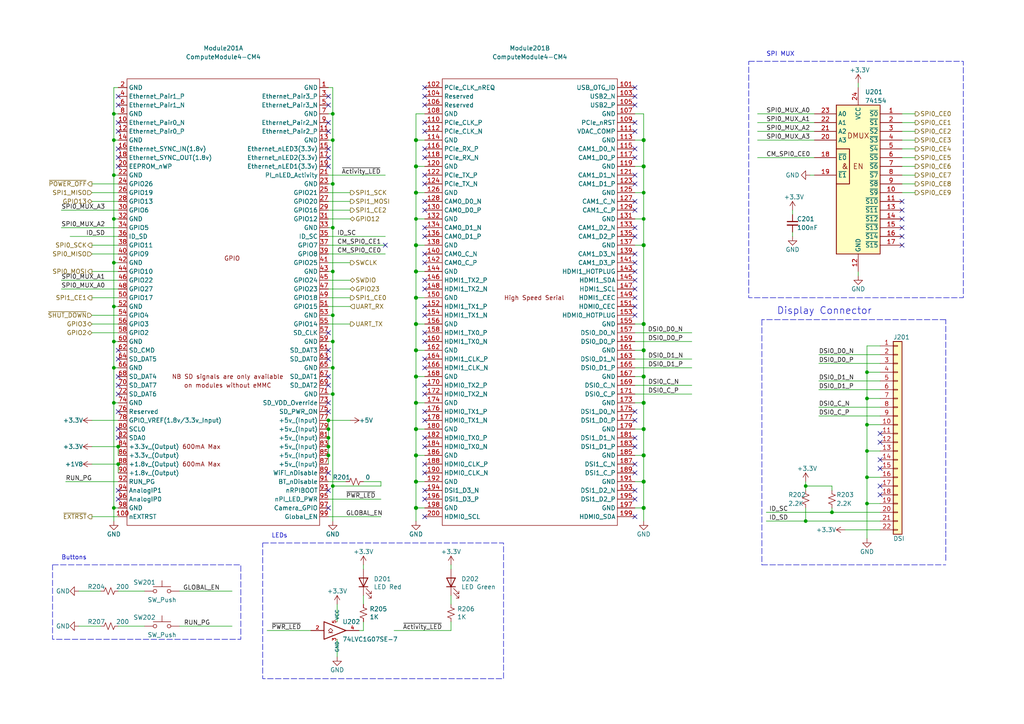
<source format=kicad_sch>
(kicad_sch (version 20230121) (generator eeschema)
  (paper "A4")
  (junction (at 120.65 48.26) (diameter 1.016))
  (junction (at 33.02 88.9))
  (junction (at 120.65 93.98) (diameter 1.016))
  (junction (at 186.69 124.46) (diameter 1.016))
  (junction (at 120.65 40.64) (diameter 1.016))
  (junction (at 233.68 140.97))
  (junction (at 96.52 66.04))
  (junction (at 34.29 129.54))
  (junction (at 33.02 99.06))
  (junction (at 251.46 130.81))
  (junction (at 186.69 109.22) (diameter 1.016))
  (junction (at 120.65 139.7) (diameter 1.016))
  (junction (at 120.65 101.6) (diameter 1.016))
  (junction (at 186.69 132.08) (diameter 1.016))
  (junction (at 120.65 116.84) (diameter 1.016))
  (junction (at 186.69 48.26) (diameter 1.016))
  (junction (at 186.69 63.5))
  (junction (at 186.69 116.84) (diameter 1.016))
  (junction (at 251.46 146.05))
  (junction (at 33.02 116.84))
  (junction (at 186.69 101.6) (diameter 1.016))
  (junction (at 186.69 93.98) (diameter 1.016))
  (junction (at 120.65 63.5))
  (junction (at 186.69 139.7) (diameter 1.016))
  (junction (at 120.65 147.32) (diameter 1.016))
  (junction (at 96.52 40.64))
  (junction (at 34.29 134.62))
  (junction (at 251.46 138.43))
  (junction (at 251.46 107.95))
  (junction (at 95.25 127))
  (junction (at 96.52 33.02))
  (junction (at 186.69 147.32) (diameter 1.016))
  (junction (at 186.69 55.88))
  (junction (at 96.52 140.97))
  (junction (at 96.52 53.34))
  (junction (at 186.69 71.12) (diameter 1.016))
  (junction (at 33.02 147.32))
  (junction (at 96.52 106.68))
  (junction (at 120.65 124.46) (diameter 1.016))
  (junction (at 251.46 115.57))
  (junction (at 120.65 109.22) (diameter 1.016))
  (junction (at 33.02 63.5))
  (junction (at 33.02 40.64))
  (junction (at 33.02 33.02))
  (junction (at 120.65 55.88) (diameter 1.016))
  (junction (at 241.3 148.59))
  (junction (at 95.25 129.54))
  (junction (at 96.52 78.74))
  (junction (at 33.02 50.8))
  (junction (at 186.69 40.64) (diameter 1.016))
  (junction (at 33.02 76.2))
  (junction (at 96.52 91.44))
  (junction (at 233.68 151.13))
  (junction (at 95.25 124.46))
  (junction (at 95.25 121.92))
  (junction (at 96.52 114.3))
  (junction (at 120.65 78.74) (diameter 1.016))
  (junction (at 120.65 132.08) (diameter 1.016))
  (junction (at 251.46 123.19))
  (junction (at 120.65 86.36) (diameter 1.016))
  (junction (at 120.65 71.12) (diameter 1.016))
  (junction (at 95.25 132.08))
  (junction (at 33.02 106.68))
  (junction (at 96.52 99.06))
  (no_connect (at 261.62 58.42))
  (no_connect (at 123.19 134.62))
  (no_connect (at 184.15 119.38))
  (no_connect (at 123.19 76.2))
  (no_connect (at 123.19 142.24))
  (no_connect (at 95.25 119.38))
  (no_connect (at 184.15 66.04))
  (no_connect (at 184.15 43.18))
  (no_connect (at 95.25 27.94))
  (no_connect (at 123.19 60.96))
  (no_connect (at 34.29 124.46))
  (no_connect (at 123.19 68.58))
  (no_connect (at 261.62 63.5))
  (no_connect (at 184.15 83.82))
  (no_connect (at 95.25 43.18))
  (no_connect (at 123.19 73.66))
  (no_connect (at 111.76 71.12))
  (no_connect (at 261.62 71.12))
  (no_connect (at 123.19 121.92))
  (no_connect (at 123.19 114.3))
  (no_connect (at 34.29 48.26))
  (no_connect (at 34.29 111.76))
  (no_connect (at 255.27 133.35))
  (no_connect (at 95.25 116.84))
  (no_connect (at 184.15 38.1))
  (no_connect (at 184.15 88.9))
  (no_connect (at 123.19 45.72))
  (no_connect (at 123.19 129.54))
  (no_connect (at 261.62 66.04))
  (no_connect (at 95.25 137.16))
  (no_connect (at 34.29 101.6))
  (no_connect (at 95.25 109.22))
  (no_connect (at 95.25 147.32))
  (no_connect (at 34.29 144.78))
  (no_connect (at 123.19 96.52))
  (no_connect (at 184.15 78.74))
  (no_connect (at 261.62 68.58))
  (no_connect (at 184.15 60.96))
  (no_connect (at 184.15 81.28))
  (no_connect (at 255.27 128.27))
  (no_connect (at 123.19 127))
  (no_connect (at 34.29 114.3))
  (no_connect (at 34.29 30.48))
  (no_connect (at 123.19 111.76))
  (no_connect (at 184.15 50.8))
  (no_connect (at 123.19 137.16))
  (no_connect (at 123.19 38.1))
  (no_connect (at 123.19 66.04))
  (no_connect (at 184.15 76.2))
  (no_connect (at 184.15 149.86))
  (no_connect (at 123.19 83.82))
  (no_connect (at 123.19 58.42))
  (no_connect (at 95.25 45.72))
  (no_connect (at 123.19 30.48))
  (no_connect (at 95.25 30.48))
  (no_connect (at 123.19 119.38))
  (no_connect (at 123.19 91.44))
  (no_connect (at 95.25 142.24))
  (no_connect (at 123.19 149.86))
  (no_connect (at 123.19 144.78))
  (no_connect (at 95.25 38.1))
  (no_connect (at 95.25 48.26))
  (no_connect (at 184.15 137.16))
  (no_connect (at 184.15 27.94))
  (no_connect (at 34.29 43.18))
  (no_connect (at 123.19 106.68))
  (no_connect (at 34.29 142.24))
  (no_connect (at 95.25 35.56))
  (no_connect (at 255.27 143.51))
  (no_connect (at 123.19 88.9))
  (no_connect (at 34.29 109.22))
  (no_connect (at 95.25 111.76))
  (no_connect (at 255.27 140.97))
  (no_connect (at 184.15 25.4))
  (no_connect (at 34.29 35.56))
  (no_connect (at 184.15 127))
  (no_connect (at 34.29 127))
  (no_connect (at 34.29 119.38))
  (no_connect (at 255.27 125.73))
  (no_connect (at 255.27 135.89))
  (no_connect (at 184.15 73.66))
  (no_connect (at 184.15 142.24))
  (no_connect (at 123.19 50.8))
  (no_connect (at 123.19 53.34))
  (no_connect (at 34.29 45.72))
  (no_connect (at 95.25 101.6))
  (no_connect (at 184.15 144.78))
  (no_connect (at 184.15 53.34))
  (no_connect (at 123.19 27.94))
  (no_connect (at 184.15 86.36))
  (no_connect (at 184.15 134.62))
  (no_connect (at 123.19 99.06))
  (no_connect (at 184.15 35.56))
  (no_connect (at 34.29 104.14))
  (no_connect (at 184.15 129.54))
  (no_connect (at 34.29 38.1))
  (no_connect (at 123.19 25.4))
  (no_connect (at 184.15 45.72))
  (no_connect (at 184.15 91.44))
  (no_connect (at 184.15 58.42))
  (no_connect (at 184.15 68.58))
  (no_connect (at 123.19 43.18))
  (no_connect (at 95.25 104.14))
  (no_connect (at 184.15 121.92))
  (no_connect (at 34.29 27.94))
  (no_connect (at 123.19 35.56))
  (no_connect (at 261.62 60.96))
  (no_connect (at 95.25 96.52))
  (no_connect (at 123.19 81.28))
  (no_connect (at 123.19 104.14))
  (no_connect (at 184.15 30.48))
  (wire (pts (xy 186.69 40.64) (xy 186.69 33.02)))
  (wire (pts (xy 184.15 139.7) (xy 186.69 139.7)))
  (wire (pts (xy 34.29 171.45) (xy 41.91 171.45)))
  (wire (pts (xy 26.67 73.66) (xy 34.29 73.66)))
  (wire (pts (xy 34.29 181.61) (xy 41.91 181.61)))
  (wire (pts (xy 19.05 139.7) (xy 34.29 139.7)))
  (wire (pts (xy 251.46 115.57) (xy 251.46 123.19)))
  (wire (pts (xy 251.46 146.05) (xy 251.46 156.21)))
  (wire (pts (xy 237.49 120.65) (xy 255.27 120.65)))
  (wire (pts (xy 26.67 86.36) (xy 34.29 86.36)))
  (wire (pts (xy 120.65 132.08) (xy 120.65 139.7)))
  (wire (pts (xy 241.3 140.97) (xy 241.3 142.24)))
  (wire (pts (xy 233.68 140.97) (xy 241.3 140.97)))
  (wire (pts (xy 26.67 53.34) (xy 34.29 53.34)))
  (wire (pts (xy 184.15 71.12) (xy 186.69 71.12)))
  (wire (pts (xy 120.65 93.98) (xy 123.19 93.98)))
  (wire (pts (xy 95.25 132.08) (xy 95.25 134.62)))
  (wire (pts (xy 233.68 139.7) (xy 233.68 140.97)))
  (wire (pts (xy 26.67 149.86) (xy 34.29 149.86)))
  (wire (pts (xy 110.49 139.7) (xy 110.49 140.97)))
  (wire (pts (xy 96.52 78.74) (xy 96.52 91.44)))
  (wire (pts (xy 120.65 132.08) (xy 123.19 132.08)))
  (wire (pts (xy 237.49 110.49) (xy 255.27 110.49)))
  (wire (pts (xy 120.65 78.74) (xy 120.65 86.36)))
  (wire (pts (xy 233.68 151.13) (xy 255.27 151.13)))
  (wire (pts (xy 237.49 105.41) (xy 255.27 105.41)))
  (wire (pts (xy 251.46 123.19) (xy 251.46 130.81)))
  (wire (pts (xy 184.15 106.68) (xy 200.66 106.68)))
  (wire (pts (xy 95.25 83.82) (xy 101.6 83.82)))
  (wire (pts (xy 95.25 114.3) (xy 96.52 114.3)))
  (wire (pts (xy 248.92 78.74) (xy 248.92 80.01)))
  (wire (pts (xy 120.65 55.88) (xy 120.65 63.5)))
  (wire (pts (xy 114.3 182.88) (xy 130.81 182.88)))
  (wire (pts (xy 219.71 40.64) (xy 236.22 40.64)))
  (wire (pts (xy 186.69 101.6) (xy 186.69 109.22)))
  (wire (pts (xy 237.49 102.87) (xy 255.27 102.87)))
  (wire (pts (xy 184.15 109.22) (xy 186.69 109.22)))
  (wire (pts (xy 26.67 78.74) (xy 34.29 78.74)))
  (wire (pts (xy 186.69 48.26) (xy 186.69 40.64)))
  (wire (pts (xy 120.65 101.6) (xy 120.65 109.22)))
  (wire (pts (xy 186.69 71.12) (xy 186.69 93.98)))
  (wire (pts (xy 95.25 63.5) (xy 101.6 63.5)))
  (wire (pts (xy 186.69 116.84) (xy 186.69 124.46)))
  (wire (pts (xy 96.52 66.04) (xy 96.52 78.74)))
  (wire (pts (xy 120.65 116.84) (xy 120.65 124.46)))
  (wire (pts (xy 33.02 147.32) (xy 33.02 151.13)))
  (wire (pts (xy 33.02 63.5) (xy 33.02 76.2)))
  (wire (pts (xy 33.02 63.5) (xy 34.29 63.5)))
  (wire (pts (xy 130.81 180.34) (xy 130.81 182.88)))
  (wire (pts (xy 251.46 138.43) (xy 255.27 138.43)))
  (wire (pts (xy 77.47 182.88) (xy 90.17 182.88)))
  (wire (pts (xy 105.41 172.72) (xy 105.41 175.26)))
  (wire (pts (xy 95.25 139.7) (xy 100.33 139.7)))
  (wire (pts (xy 33.02 106.68) (xy 33.02 116.84)))
  (wire (pts (xy 234.95 50.8) (xy 236.22 50.8)))
  (wire (pts (xy 120.65 101.6) (xy 123.19 101.6)))
  (wire (pts (xy 105.41 163.83) (xy 105.41 165.1)))
  (wire (pts (xy 251.46 146.05) (xy 255.27 146.05)))
  (wire (pts (xy 96.52 114.3) (xy 96.52 140.97)))
  (wire (pts (xy 33.02 25.4) (xy 33.02 33.02)))
  (wire (pts (xy 95.25 129.54) (xy 95.25 132.08)))
  (wire (pts (xy 120.65 139.7) (xy 120.65 147.32)))
  (polyline (pts (xy 274.32 162.56) (xy 274.32 92.71)) (stroke (width 0) (type dash)))
  (wire (pts (xy 120.65 124.46) (xy 120.65 132.08)))
  (wire (pts (xy 261.62 48.26) (xy 265.43 48.26)))
  (wire (pts (xy 261.62 33.02) (xy 265.43 33.02)))
  (wire (pts (xy 120.65 40.64) (xy 120.65 48.26)))
  (wire (pts (xy 120.65 63.5) (xy 120.65 71.12)))
  (wire (pts (xy 33.02 88.9) (xy 34.29 88.9)))
  (wire (pts (xy 26.67 91.44) (xy 34.29 91.44)))
  (wire (pts (xy 95.25 99.06) (xy 96.52 99.06)))
  (wire (pts (xy 95.25 144.78) (xy 110.49 144.78)))
  (wire (pts (xy 184.15 116.84) (xy 186.69 116.84)))
  (wire (pts (xy 96.52 25.4) (xy 96.52 33.02)))
  (wire (pts (xy 120.65 48.26) (xy 120.65 55.88)))
  (wire (pts (xy 245.11 153.67) (xy 255.27 153.67)))
  (wire (pts (xy 120.65 109.22) (xy 123.19 109.22)))
  (wire (pts (xy 95.25 25.4) (xy 96.52 25.4)))
  (wire (pts (xy 219.71 33.02) (xy 236.22 33.02)))
  (wire (pts (xy 186.69 124.46) (xy 186.69 132.08)))
  (wire (pts (xy 120.65 93.98) (xy 120.65 101.6)))
  (wire (pts (xy 33.02 88.9) (xy 33.02 99.06)))
  (wire (pts (xy 33.02 33.02) (xy 33.02 40.64)))
  (wire (pts (xy 184.15 55.88) (xy 186.69 55.88)))
  (wire (pts (xy 186.69 109.22) (xy 186.69 116.84)))
  (wire (pts (xy 251.46 115.57) (xy 255.27 115.57)))
  (wire (pts (xy 120.65 124.46) (xy 123.19 124.46)))
  (wire (pts (xy 95.25 86.36) (xy 101.6 86.36)))
  (wire (pts (xy 261.62 45.72) (xy 265.43 45.72)))
  (wire (pts (xy 186.69 48.26) (xy 186.69 55.88)))
  (wire (pts (xy 52.07 181.61) (xy 67.31 181.61)))
  (wire (pts (xy 186.69 55.88) (xy 186.69 63.5)))
  (wire (pts (xy 95.25 81.28) (xy 101.6 81.28)))
  (wire (pts (xy 186.69 147.32) (xy 186.69 151.13)))
  (wire (pts (xy 255.27 100.33) (xy 251.46 100.33)))
  (wire (pts (xy 241.3 148.59) (xy 255.27 148.59)))
  (wire (pts (xy 110.49 140.97) (xy 96.52 140.97)))
  (wire (pts (xy 105.41 182.88) (xy 104.14 182.88)))
  (wire (pts (xy 261.62 43.18) (xy 265.43 43.18)))
  (wire (pts (xy 95.25 78.74) (xy 96.52 78.74)))
  (wire (pts (xy 95.25 124.46) (xy 95.25 127)))
  (wire (pts (xy 33.02 99.06) (xy 34.29 99.06)))
  (wire (pts (xy 123.19 139.7) (xy 120.65 139.7)))
  (wire (pts (xy 95.25 149.86) (xy 110.49 149.86)))
  (wire (pts (xy 17.78 60.96) (xy 34.29 60.96)))
  (wire (pts (xy 33.02 147.32) (xy 34.29 147.32)))
  (wire (pts (xy 17.78 83.82) (xy 34.29 83.82)))
  (wire (pts (xy 105.41 180.34) (xy 105.41 182.88)))
  (wire (pts (xy 120.65 48.26) (xy 123.19 48.26)))
  (wire (pts (xy 95.25 71.12) (xy 111.76 71.12)))
  (wire (pts (xy 95.25 121.92) (xy 95.25 124.46)))
  (wire (pts (xy 237.49 113.03) (xy 255.27 113.03)))
  (wire (pts (xy 26.67 71.12) (xy 34.29 71.12)))
  (wire (pts (xy 186.69 33.02) (xy 184.15 33.02)))
  (wire (pts (xy 184.15 101.6) (xy 186.69 101.6)))
  (wire (pts (xy 251.46 130.81) (xy 251.46 138.43)))
  (wire (pts (xy 219.71 45.72) (xy 236.22 45.72)))
  (wire (pts (xy 233.68 147.32) (xy 233.68 151.13)))
  (wire (pts (xy 219.71 38.1) (xy 236.22 38.1)))
  (wire (pts (xy 222.25 148.59) (xy 241.3 148.59)))
  (wire (pts (xy 95.25 66.04) (xy 96.52 66.04)))
  (wire (pts (xy 95.25 106.68) (xy 96.52 106.68)))
  (wire (pts (xy 96.52 106.68) (xy 96.52 114.3)))
  (wire (pts (xy 237.49 118.11) (xy 255.27 118.11)))
  (wire (pts (xy 120.65 55.88) (xy 123.19 55.88)))
  (wire (pts (xy 184.15 40.64) (xy 186.69 40.64)))
  (wire (pts (xy 186.69 132.08) (xy 186.69 139.7)))
  (wire (pts (xy 251.46 138.43) (xy 251.46 146.05)))
  (wire (pts (xy 261.62 55.88) (xy 265.43 55.88)))
  (wire (pts (xy 95.25 88.9) (xy 101.6 88.9)))
  (wire (pts (xy 33.02 40.64) (xy 33.02 50.8)))
  (wire (pts (xy 251.46 107.95) (xy 255.27 107.95)))
  (wire (pts (xy 96.52 40.64) (xy 96.52 53.34)))
  (wire (pts (xy 33.02 116.84) (xy 33.02 147.32)))
  (wire (pts (xy 123.19 33.02) (xy 120.65 33.02)))
  (wire (pts (xy 251.46 130.81) (xy 255.27 130.81)))
  (wire (pts (xy 22.86 181.61) (xy 29.21 181.61)))
  (wire (pts (xy 33.02 76.2) (xy 34.29 76.2)))
  (wire (pts (xy 184.15 111.76) (xy 200.66 111.76)))
  (wire (pts (xy 33.02 116.84) (xy 34.29 116.84)))
  (wire (pts (xy 52.07 171.45) (xy 67.31 171.45)))
  (wire (pts (xy 184.15 132.08) (xy 186.69 132.08)))
  (wire (pts (xy 120.65 86.36) (xy 120.65 93.98)))
  (wire (pts (xy 33.02 106.68) (xy 34.29 106.68)))
  (wire (pts (xy 241.3 147.32) (xy 241.3 148.59)))
  (wire (pts (xy 26.67 134.62) (xy 34.29 134.62)))
  (wire (pts (xy 95.25 93.98) (xy 101.6 93.98)))
  (wire (pts (xy 26.67 93.98) (xy 34.29 93.98)))
  (wire (pts (xy 130.81 172.72) (xy 130.81 175.26)))
  (wire (pts (xy 219.71 35.56) (xy 236.22 35.56)))
  (wire (pts (xy 97.79 185.42) (xy 97.79 190.5)))
  (wire (pts (xy 33.02 33.02) (xy 34.29 33.02)))
  (wire (pts (xy 26.67 121.92) (xy 34.29 121.92)))
  (wire (pts (xy 120.65 71.12) (xy 120.65 78.74)))
  (wire (pts (xy 95.25 76.2) (xy 101.6 76.2)))
  (wire (pts (xy 261.62 35.56) (xy 265.43 35.56)))
  (wire (pts (xy 96.52 140.97) (xy 96.52 151.13)))
  (wire (pts (xy 34.29 129.54) (xy 34.29 132.08)))
  (wire (pts (xy 186.69 139.7) (xy 186.69 147.32)))
  (wire (pts (xy 120.65 86.36) (xy 123.19 86.36)))
  (wire (pts (xy 123.19 147.32) (xy 120.65 147.32)))
  (wire (pts (xy 96.52 53.34) (xy 96.52 66.04)))
  (wire (pts (xy 184.15 104.14) (xy 200.66 104.14)))
  (wire (pts (xy 33.02 76.2) (xy 33.02 88.9)))
  (wire (pts (xy 95.25 60.96) (xy 101.6 60.96)))
  (wire (pts (xy 120.65 116.84) (xy 123.19 116.84)))
  (wire (pts (xy 130.81 163.83) (xy 130.81 165.1)))
  (wire (pts (xy 26.67 96.52) (xy 34.29 96.52)))
  (wire (pts (xy 120.65 63.5) (xy 123.19 63.5)))
  (wire (pts (xy 95.25 58.42) (xy 101.6 58.42)))
  (wire (pts (xy 261.62 50.8) (xy 265.43 50.8)))
  (wire (pts (xy 95.25 40.64) (xy 96.52 40.64)))
  (wire (pts (xy 95.25 50.8) (xy 111.76 50.8)))
  (wire (pts (xy 184.15 93.98) (xy 186.69 93.98)))
  (wire (pts (xy 222.25 151.13) (xy 233.68 151.13)))
  (wire (pts (xy 26.67 58.42) (xy 34.29 58.42)))
  (wire (pts (xy 20.32 68.58) (xy 34.29 68.58)))
  (wire (pts (xy 120.65 33.02) (xy 120.65 40.64)))
  (wire (pts (xy 26.67 129.54) (xy 34.29 129.54)))
  (polyline (pts (xy 274.32 92.71) (xy 220.98 92.71)) (stroke (width 0) (type dash)))
  (wire (pts (xy 17.78 81.28) (xy 34.29 81.28)))
  (wire (pts (xy 251.46 107.95) (xy 251.46 115.57)))
  (wire (pts (xy 33.02 50.8) (xy 33.02 63.5)))
  (polyline (pts (xy 220.98 163.83) (xy 274.32 163.83)) (stroke (width 0) (type dash)))
  (wire (pts (xy 120.65 40.64) (xy 123.19 40.64)))
  (wire (pts (xy 95.25 68.58) (xy 111.76 68.58)))
  (wire (pts (xy 110.49 139.7) (xy 105.41 139.7)))
  (wire (pts (xy 261.62 38.1) (xy 265.43 38.1)))
  (wire (pts (xy 95.25 91.44) (xy 96.52 91.44)))
  (wire (pts (xy 248.92 24.13) (xy 248.92 25.4)))
  (wire (pts (xy 251.46 100.33) (xy 251.46 107.95)))
  (wire (pts (xy 200.66 96.52) (xy 184.15 96.52)))
  (wire (pts (xy 120.65 71.12) (xy 123.19 71.12)))
  (wire (pts (xy 26.67 55.88) (xy 34.29 55.88)))
  (wire (pts (xy 186.69 93.98) (xy 186.69 101.6)))
  (wire (pts (xy 95.25 55.88) (xy 101.6 55.88)))
  (wire (pts (xy 186.69 63.5) (xy 186.69 71.12)))
  (wire (pts (xy 96.52 33.02) (xy 96.52 40.64)))
  (wire (pts (xy 184.15 48.26) (xy 186.69 48.26)))
  (wire (pts (xy 95.25 121.92) (xy 101.6 121.92)))
  (wire (pts (xy 229.87 67.31) (xy 229.87 68.58)))
  (wire (pts (xy 33.02 40.64) (xy 34.29 40.64)))
  (wire (pts (xy 34.29 134.62) (xy 34.29 137.16)))
  (wire (pts (xy 17.78 66.04) (xy 34.29 66.04)))
  (wire (pts (xy 95.25 53.34) (xy 96.52 53.34)))
  (wire (pts (xy 261.62 53.34) (xy 265.43 53.34)))
  (wire (pts (xy 95.25 73.66) (xy 111.76 73.66)))
  (wire (pts (xy 251.46 123.19) (xy 255.27 123.19)))
  (wire (pts (xy 184.15 114.3) (xy 200.66 114.3)))
  (wire (pts (xy 95.25 33.02) (xy 96.52 33.02)))
  (wire (pts (xy 120.65 147.32) (xy 120.65 151.13)))
  (wire (pts (xy 120.65 109.22) (xy 120.65 116.84)))
  (wire (pts (xy 97.79 180.34) (xy 97.79 175.26)))
  (wire (pts (xy 34.29 25.4) (xy 33.02 25.4)))
  (wire (pts (xy 200.66 99.06) (xy 184.15 99.06)))
  (wire (pts (xy 96.52 99.06) (xy 96.52 106.68)))
  (wire (pts (xy 120.65 78.74) (xy 123.19 78.74)))
  (wire (pts (xy 184.15 147.32) (xy 186.69 147.32)))
  (wire (pts (xy 33.02 50.8) (xy 34.29 50.8)))
  (wire (pts (xy 33.02 99.06) (xy 33.02 106.68)))
  (wire (pts (xy 261.62 40.64) (xy 265.43 40.64)))
  (wire (pts (xy 96.52 91.44) (xy 96.52 99.06)))
  (wire (pts (xy 95.25 127) (xy 95.25 129.54)))
  (polyline (pts (xy 220.98 92.71) (xy 220.98 163.83)) (stroke (width 0) (type dash)))
  (wire (pts (xy 22.86 171.45) (xy 29.21 171.45)))
  (wire (pts (xy 184.15 124.46) (xy 186.69 124.46)))
  (wire (pts (xy 184.15 63.5) (xy 186.69 63.5)))
  (wire (pts (xy 233.68 140.97) (xy 233.68 142.24)))
  (wire (pts (xy 229.87 60.96) (xy 229.87 62.23)))
  (rectangle (start 76.2 157.48) (end 146.05 196.85) (stroke (width 0) (type dash)))
  (rectangle (start 15.24 163.83) (end 69.85 185.42) (stroke (width 0) (type dash)))
  (rectangle (start 217.17 17.78) (end 279.4 86.36) (stroke (width 0) (type dash)))
  (text "Display Connector" (at 225.298 91.44 0) (effects (font (size 2.0066 2.0066)) (justify left bottom)))
  (text "SPI MUX" (at 222.25 16.51 0) (effects (font (size 1.27 1.27)) (justify left bottom)))
  (text "Buttons" (at 17.78 162.56 0) (effects (font (size 1.27 1.27)) (justify left bottom)))
  (text "LEDs" (at 78.74 156.21 0) (effects (font (size 1.27 1.27)) (justify left bottom)))
  (label "~{Activity_LED}" (at 116.84 182.88 0))
  (label "GLOBAL_EN" (at 100.33 149.86 0))
  (label "SPI0_MUX_A2" (at 222.25 38.1 0))
  (label "ID_SD" (at 228.6 151.13 180))
  (label "DSI0_C_P" (at 237.49 120.65 0))
  (label "SPI0_MUX_A3" (at 17.78 60.96 0))
  (label "CM_SPI0_CE0" (at 97.79 73.66 0))
  (label "CM_SPI0_CE0" (at 222.25 45.72 0))
  (label "DSI0_D1_N" (at 187.96 104.14 0))
  (label "ID_SC" (at 228.6 148.59 180))
  (label "SPI0_MUX_A2" (at 17.78 66.04 0))
  (label "DSI0_C_N" (at 187.96 111.76 0))
  (label "DSI0_C_P" (at 187.96 114.3 0))
  (label "SPI0_MUX_A0" (at 17.78 83.82 0))
  (label "DSI0_D0_N" (at 237.49 102.87 0))
  (label "DSI0_D0_P" (at 237.49 105.41 0))
  (label "SPI0_MUX_A0" (at 222.25 33.02 0))
  (label "ID_SC" (at 97.79 68.58 0))
  (label "ID_SD" (at 30.48 68.58 180))
  (label "SPI0_MUX_A3" (at 222.25 40.64 0))
  (label "SPI0_MUX_A1" (at 222.25 35.56 0))
  (label "RUN_PG" (at 26.67 139.7 180))
  (label "SPI0_MUX_A1" (at 17.78 81.28 0))
  (label "DSI0_D1_P" (at 237.49 113.03 0))
  (label "DSI0_D0_P" (at 198.12 99.06 180))
  (label "~{PWR_LED}" (at 78.74 182.88 0))
  (label "DSI0_C_N" (at 237.49 118.11 0))
  (label "GLOBAL_EN" (at 63.754 171.45 180))
  (label "~{Activity_LED}" (at 99.06 50.8 0))
  (label "RUN_PG" (at 60.96 181.61 180))
  (label "DSI0_D0_N" (at 198.12 96.52 180))
  (label "CM_SPI0_CE1" (at 97.79 71.12 0))
  (label "DSI0_D1_P" (at 187.96 106.68 0))
  (label "DSI0_D1_N" (at 237.49 110.49 0))
  (label "~{PWR_LED}" (at 100.33 144.78 0))
  (hierarchical_label "SPI0_CE6" (shape output) (at 265.43 48.26 0))
  (hierarchical_label "SPI1_CE0" (shape output) (at 101.6 86.36 0))
  (hierarchical_label "~{SHUT_DOWN}" (shape input) (at 26.67 91.44 180))
  (hierarchical_label "SPI0_SCK" (shape output) (at 26.67 71.12 180))
  (hierarchical_label "SPI0_CE0" (shape output) (at 265.43 33.02 0))
  (hierarchical_label "SPI0_CE8" (shape output) (at 265.43 53.34 0))
  (hierarchical_label "~{POWER_OFF}" (shape output) (at 26.67 53.34 180))
  (hierarchical_label "GPIO3" (shape bidirectional) (at 26.67 93.98 180))
  (hierarchical_label "SPI0_CE3" (shape output) (at 265.43 40.64 0))
  (hierarchical_label "SPI0_CE7" (shape output) (at 265.43 50.8 0))
  (hierarchical_label "GPIO12" (shape bidirectional) (at 101.6 63.5 0))
  (hierarchical_label "SPI1_MISO" (shape input) (at 26.67 55.88 180))
  (hierarchical_label "SPI0_CE2" (shape output) (at 265.43 38.1 0))
  (hierarchical_label "SPI1_CE2" (shape output) (at 101.6 60.96 0))
  (hierarchical_label "SPI0_CE9" (shape output) (at 265.43 55.88 0))
  (hierarchical_label "GPIO2" (shape bidirectional) (at 26.67 96.52 180))
  (hierarchical_label "SPI0_CE5" (shape output) (at 265.43 45.72 0))
  (hierarchical_label "UART_TX" (shape output) (at 101.6 93.98 0))
  (hierarchical_label "GPIO13" (shape bidirectional) (at 26.67 58.42 180))
  (hierarchical_label "GPIO23" (shape bidirectional) (at 101.6 83.82 0))
  (hierarchical_label "SPI1_MOSI" (shape output) (at 101.6 58.42 0))
  (hierarchical_label "SPI1_CE1" (shape output) (at 26.67 86.36 180))
  (hierarchical_label "SWDIO" (shape bidirectional) (at 101.6 81.28 0))
  (hierarchical_label "UART_RX" (shape input) (at 101.6 88.9 0))
  (hierarchical_label "SPI0_CE4" (shape output) (at 265.43 43.18 0))
  (hierarchical_label "SPI0_MISO" (shape input) (at 26.67 73.66 180))
  (hierarchical_label "SWCLK" (shape output) (at 101.6 76.2 0))
  (hierarchical_label "SPI0_CE1" (shape output) (at 265.43 35.56 0))
  (hierarchical_label "SPI0_MOSI" (shape output) (at 26.67 78.74 180))
  (hierarchical_label "~{EXTRST}" (shape output) (at 26.67 149.86 180))
  (hierarchical_label "SPI1_SCK" (shape output) (at 101.6 55.88 0))
  (symbol (lib_id "Connector_Generic:Conn_01x22") (at 260.35 125.73 0) (unit 1)
    (property "Reference" "J201" (at 259.08 97.79 0) (effects (justify left)))
    (property "Value" "DSI" (at 259.08 156.21 0) (effects (justify left)))
    (property "Footprint" "FH12-22S:Hirose_FH12-22S-0.5SH_1x22-1MP_P0.50mm_Horizontal" (effects hide))
    (property "MPN" "FH12-22S-0.5SH55" (effects hide))
    (instances (project "main-board" (path "" (reference "J201") (unit 1))) (project "CM4IOv5" (path "" (reference "J15") (unit 1))))
  )
  (symbol (lib_id "Device:R_Small_US") (at 241.3 144.78 0) (unit 1)
    (property "Reference" "R203" (at 242.57 143.51 0) (effects (justify left)))
    (property "Value" "2.2K" (at 242.57 146.05 0) (effects (justify left)))
    (property "Footprint" "Resistor_SMD:R_0603_1608Metric" (effects hide))
    (property "MPN" "RC0603FR-132K2L" (effects hide))
    (instances (project "main-board" (path "" (reference "R203") (unit 1))) (project "CM4IOv5" (path "" (reference "R7") (unit 1))))
  )
  (symbol (lib_id "Device:R_Small_US") (at 31.75 171.45 90) (unit 1)
    (property "Reference" "R204" (at 27.94 170.18 90))
    (property "Value" "200" (at 35.56 170.18 90))
    (property "Footprint" "Resistor_SMD:R_0603_1608Metric" (effects hide))
    (property "MPN" "RC0603FR-13200RL" (effects hide))
  )
  (symbol (lib_id "power:+3.3V") (at 233.68 139.7 0) (unit 1)
    (property "Reference" "#PWR0210" (effects hide))
    (property "Value" "+3.3V" (at 231.14 135.89 0) (effects (justify left)))
  )
  (symbol (lib_id "power:+3.3V") (at 130.81 163.83 0) (unit 1)
    (property "Reference" "#PWR0218" (effects hide))
    (property "Value" "+3.3V" (at 130.81 160.02 0))
  )
  (symbol (lib_name "GND_1") (lib_id "power:GND") (at 22.86 171.45 270) (unit 1)
    (property "Reference" "#PWR0219" (effects hide))
    (property "Value" "GND" (at 20.32 171.45 90) (effects (justify right)))
  )
  (symbol (lib_id "Device:R_Small_US") (at 130.81 177.8 0) (unit 1)
    (property "Reference" "R206" (at 132.588 176.6316 0) (effects (justify left)))
    (property "Value" "1K" (at 132.588 178.943 0) (effects (justify left)))
    (property "Footprint" "Resistor_SMD:R_0603_1608Metric" (effects hide))
    (property "MPN" "RC0603FR-101KL" (effects hide))
    (instances (project "main-board" (path "" (reference "R206") (unit 1))) (project "CM4IOv5" (path "" (reference "R1") (unit 1))))
  )
  (symbol (lib_id "Device:R_Small_US") (at 31.75 181.61 90) (unit 1)
    (property "Reference" "R207" (at 27.94 180.34 90))
    (property "Value" "200" (at 35.56 180.34 90))
    (property "Footprint" "Resistor_SMD:R_0603_1608Metric" (effects hide))
    (property "MPN" "RC0603FR-13200RL" (effects hide))
  )
  (symbol (lib_name "GND_2") (lib_id "power:GND") (at 120.65 151.13 0) (unit 1)
    (property "Reference" "#PWR0213" (effects hide))
    (property "Value" "GND" (at 120.65 154.94 0))
  )
  (symbol (lib_name "GND_2") (lib_id "power:GND") (at 229.87 68.58 0) (unit 1)
    (property "Reference" "#PWR0204" (effects hide))
    (property "Value" "GND" (at 229.87 72.39 0))
  )
  (symbol (lib_id "Device:C_Small") (at 229.87 64.77 0) (unit 1)
    (property "Reference" "C201" (at 231.14 63.5 0) (effects (justify left)))
    (property "Value" "100nF" (at 231.14 66.04 0) (effects (justify left)))
    (property "Footprint" "Capacitor_SMD:C_0603_1608Metric" (effects hide))
    (property "MPN" "RM EMK105 B7104KV-F" (effects hide))
  )
  (symbol (lib_id "Device:LED") (at 105.41 168.91 90) (unit 1)
    (property "Reference" "D201" (at 108.3818 167.9194 90) (effects (justify right)))
    (property "Value" "LED Red" (at 108.3818 170.2308 90) (effects (justify right)))
    (property "Footprint" "LED_SMD:LED_0603_1608Metric" (effects hide))
    (property "MPN" "SML-A12U8TT86Q" (effects hide))
    (instances (project "main-board" (path "" (reference "D201") (unit 1))) (project "CM4IOv5" (path "" (reference "D1") (unit 1))))
  )
  (symbol (lib_name "GND_2") (lib_id "power:GND") (at 96.52 151.13 0) (unit 1)
    (property "Reference" "#PWR0212" (effects hide))
    (property "Value" "GND" (at 96.52 154.94 0))
  )
  (symbol (lib_id "74lvc1g07:74LVC1G07") (at 97.79 182.88 0) (unit 1)
    (property "Reference" "U202" (at 99.314 180.34 0) (effects (justify left)))
    (property "Value" "74LVC1G07SE-7" (at 99.314 185.42 0) (effects (justify left)))
    (property "Footprint" "Package_TO_SOT_SMD:SOT-353_SC-70-5" (effects hide))
    (property "Datasheet" "http://www.ti.com/lit/sg/scyt129e/scyt129e.pdf" (effects hide))
    (property "MPN" "74LVC1G07SE-7" (effects hide))
    (instances (project "main-board" (path "" (reference "U202") (unit 1))) (project "CM4IOv5" (path "" (reference "U5") (unit 1))))
  )
  (symbol (lib_name "GND_2") (lib_id "power:GND") (at 33.02 151.13 0) (unit 1)
    (property "Reference" "#PWR0211" (effects hide))
    (property "Value" "GND" (at 33.02 154.94 0))
  )
  (symbol (lib_name "GND_2") (lib_id "power:GND") (at 234.95 50.8 270) (unit 1)
    (property "Reference" "#PWR0202" (effects hide))
    (property "Value" "GND" (at 229.87 50.8 90))
  )
  (symbol (lib_id "cm4:ComputeModule4-CM4") (at 13.97 86.36 0) (unit 2)
    (property "Reference" "Module201" (at 153.67 13.97 0))
    (property "Value" "ComputeModule4-CM4" (at 153.67 16.51 0))
    (property "Footprint" "rpi-cm4:rpi-cm4" (effects hide))
  )
  (symbol (lib_id "power:+3.3V") (at 26.67 121.92 90) (unit 1)
    (property "Reference" "#PWR0206" (effects hide))
    (property "Value" "+3.3V" (at 24.13 121.92 90) (effects (justify left)))
  )
  (symbol (lib_name "GND_2") (lib_id "power:GND") (at 248.92 80.01 0) (unit 1)
    (property "Reference" "#PWR0205" (effects hide))
    (property "Value" "GND" (at 248.92 83.82 0))
  )
  (symbol (lib_id "cm4:ComputeModule4-CM4") (at 67.31 81.28 0) (unit 1)
    (property "Reference" "Module201" (at 64.77 13.97 0))
    (property "Value" "ComputeModule4-CM4" (at 64.77 16.51 0))
    (property "Footprint" "rpi-cm4:rpi-cm4" (effects hide))
  )
  (symbol (lib_name "GND_2") (lib_id "power:GND") (at 251.46 156.21 0) (unit 1)
    (property "Reference" "#PWR0216" (effects hide))
    (property "Value" "GND" (at 251.46 160.02 0))
  )
  (symbol (lib_id "power:+3.3V") (at 26.67 129.54 90) (unit 1)
    (property "Reference" "#PWR0208" (effects hide))
    (property "Value" "+3.3V" (at 24.13 129.54 90) (effects (justify left)))
  )
  (symbol (lib_id "power:+3.3V") (at 97.79 175.26 0) (unit 1)
    (property "Reference" "#PWR0220" (effects hide))
    (property "Value" "+3.3V" (at 97.79 171.45 0))
  )
  (symbol (lib_id "power:+5V") (at 101.6 121.92 270) (unit 1)
    (property "Reference" "#PWR0207" (effects hide))
    (property "Value" "+5V" (at 104.14 121.92 90) (effects (justify left)))
  )
  (symbol (lib_name "GND_2") (lib_id "power:GND") (at 97.79 190.5 0) (unit 1)
    (property "Reference" "#PWR0222" (effects hide))
    (property "Value" "GND" (at 97.79 194.31 0))
  )
  (symbol (lib_id "power:+3.3V") (at 105.41 163.83 0) (unit 1)
    (property "Reference" "#PWR0217" (effects hide))
    (property "Value" "+3.3V" (at 105.41 160.02 0))
  )
  (symbol (lib_name "GND_2") (lib_id "power:GND") (at 186.69 151.13 0) (unit 1)
    (property "Reference" "#PWR0214" (effects hide))
    (property "Value" "GND" (at 186.69 154.94 0))
  )
  (symbol (lib_id "power:+3.3V") (at 248.92 24.13 0) (unit 1)
    (property "Reference" "#PWR0201" (effects hide))
    (property "Value" "+3.3V" (at 246.38 20.32 0) (effects (justify left)))
  )
  (symbol (lib_id "Switch:SW_Push") (at 46.99 181.61 0) (unit 1)
    (property "Reference" "SW202" (at 41.91 179.07 0))
    (property "Value" "SW_Push" (at 46.99 184.15 0))
    (property "Footprint" "Button_Switch_SMD:SW_SPST_B3U-1000P" (effects hide))
    (property "MPN" "TS04-66-65-BK-100-SMT" (effects hide))
  )
  (symbol (lib_id "74xx_IEEE:74154") (at 248.92 53.34 0) (unit 1)
    (property "Reference" "U201" (at 250.8759 26.67 0) (effects (justify left)))
    (property "Value" "74154" (at 250.8759 29.21 0) (effects (justify left)))
    (property "Footprint" "74HC154:DHVQFN24" (effects hide))
    (property "MPN" "74HCT154BQ,118" (effects hide))
  )
  (symbol (lib_id "power:+3.3V") (at 245.11 153.67 90) (unit 1)
    (property "Reference" "#PWR0215" (effects hide))
    (property "Value" "+3.3V" (at 242.57 153.67 90) (effects (justify left)))
  )
  (symbol (lib_name "GND_1") (lib_id "power:GND") (at 22.86 181.61 270) (unit 1)
    (property "Reference" "#PWR0221" (effects hide))
    (property "Value" "GND" (at 20.32 181.61 90) (effects (justify right)))
  )
  (symbol (lib_id "Device:LED") (at 130.81 168.91 90) (unit 1)
    (property "Reference" "D202" (at 133.7818 167.9194 90) (effects (justify right)))
    (property "Value" "LED Green" (at 133.7818 170.2308 90) (effects (justify right)))
    (property "Footprint" "LED_SMD:LED_0603_1608Metric" (effects hide))
    (property "MPN" "SML-A12M8TT86N" (effects hide))
    (instances (project "main-board" (path "" (reference "D202") (unit 1))) (project "CM4IOv5" (path "" (reference "D2") (unit 1))))
  )
  (symbol (lib_id "power:+1V8") (at 26.67 134.62 90) (unit 1)
    (property "Reference" "#PWR0209" (effects hide))
    (property "Value" "+1V8" (at 24.13 134.62 90) (effects (justify left)))
  )
  (symbol (lib_id "Switch:SW_Push") (at 46.99 171.45 0) (unit 1)
    (property "Reference" "SW201" (at 41.91 168.91 0))
    (property "Value" "SW_Push" (at 46.99 173.99 0))
    (property "Footprint" "Button_Switch_SMD:SW_SPST_B3U-1000P" (effects hide))
    (property "MPN" "TS04-66-65-BK-100-SMT" (effects hide))
  )
  (symbol (lib_id "Device:R_Small_US") (at 105.41 177.8 0) (unit 1)
    (property "Reference" "R205" (at 107.188 176.6316 0) (effects (justify left)))
    (property "Value" "1K" (at 107.188 178.943 0) (effects (justify left)))
    (property "Footprint" "Resistor_SMD:R_0603_1608Metric" (effects hide))
    (property "MPN" "RC0603FR-101KL" (effects hide))
    (instances (project "main-board" (path "" (reference "R205") (unit 1))) (project "CM4IOv5" (path "" (reference "R10") (unit 1))))
  )
  (symbol (lib_id "power:+3.3V") (at 229.87 60.96 0) (unit 1)
    (property "Reference" "#PWR0203" (effects hide))
    (property "Value" "+3.3V" (at 227.33 57.15 0) (effects (justify left)))
  )
  (symbol (lib_id "Device:R_Small_US") (at 233.68 144.78 0) (unit 1)
    (property "Reference" "R202" (at 228.6 143.51 0) (effects (justify left)))
    (property "Value" "2.2K" (at 228.6 146.05 0) (effects (justify left)))
    (property "Footprint" "Resistor_SMD:R_0603_1608Metric" (effects hide))
    (property "MPN" "RC0603FR-132K2L" (effects hide))
    (instances (project "main-board" (path "" (reference "R202") (unit 1))) (project "CM4IOv5" (path "" (reference "R6") (unit 1))))
  )
  (symbol (lib_id "Device:R_Small_US") (at 102.87 139.7 90) (unit 1)
    (property "Reference" "R201" (at 99.06 138.43 90))
    (property "Value" "0" (at 106.68 138.43 90))
    (property "Footprint" "Resistor_SMD:R_0603_1608Metric" (effects hide))
    (property "MPN" "RMCF0603ZT0R00" (effects hide))
  )
)
</source>
